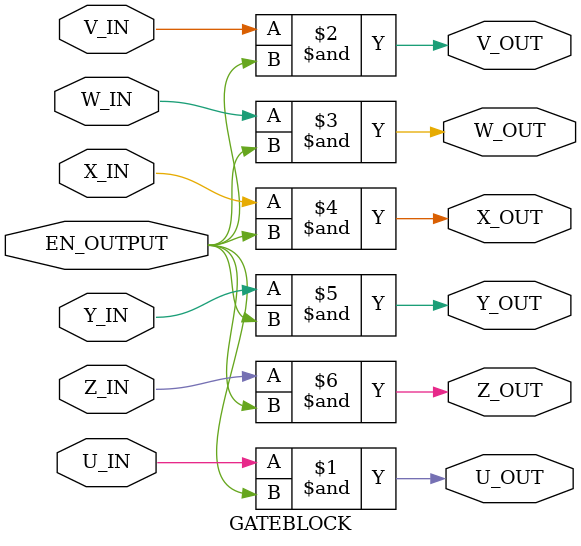
<source format=v>
`default_nettype none

module GATEBLOCK (
    input wire U_IN,V_IN,W_IN,X_IN,Y_IN,Z_IN,
    input wire EN_OUTPUT,
    output wire U_OUT,V_OUT,W_OUT,X_OUT,Y_OUT,Z_OUT
);

assign U_OUT = U_IN & EN_OUTPUT;
assign V_OUT = V_IN & EN_OUTPUT;
assign W_OUT = W_IN & EN_OUTPUT;
assign X_OUT = X_IN & EN_OUTPUT;
assign Y_OUT = Y_IN & EN_OUTPUT;
assign Z_OUT = Z_IN & EN_OUTPUT;

endmodule

`default_nettype wire
</source>
